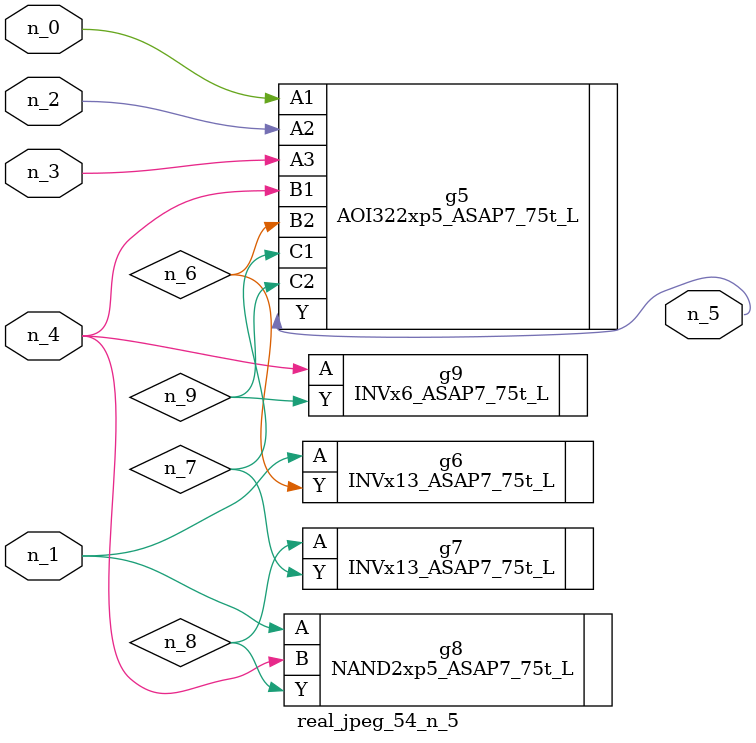
<source format=v>
module real_jpeg_54_n_5 (n_4, n_0, n_1, n_2, n_3, n_5);

input n_4;
input n_0;
input n_1;
input n_2;
input n_3;

output n_5;

wire n_8;
wire n_6;
wire n_7;
wire n_9;

AOI322xp5_ASAP7_75t_L g5 ( 
.A1(n_0),
.A2(n_2),
.A3(n_3),
.B1(n_4),
.B2(n_6),
.C1(n_7),
.C2(n_9),
.Y(n_5)
);

INVx13_ASAP7_75t_L g6 ( 
.A(n_1),
.Y(n_6)
);

NAND2xp5_ASAP7_75t_L g8 ( 
.A(n_1),
.B(n_4),
.Y(n_8)
);

INVx6_ASAP7_75t_L g9 ( 
.A(n_4),
.Y(n_9)
);

INVx13_ASAP7_75t_L g7 ( 
.A(n_8),
.Y(n_7)
);


endmodule
</source>
